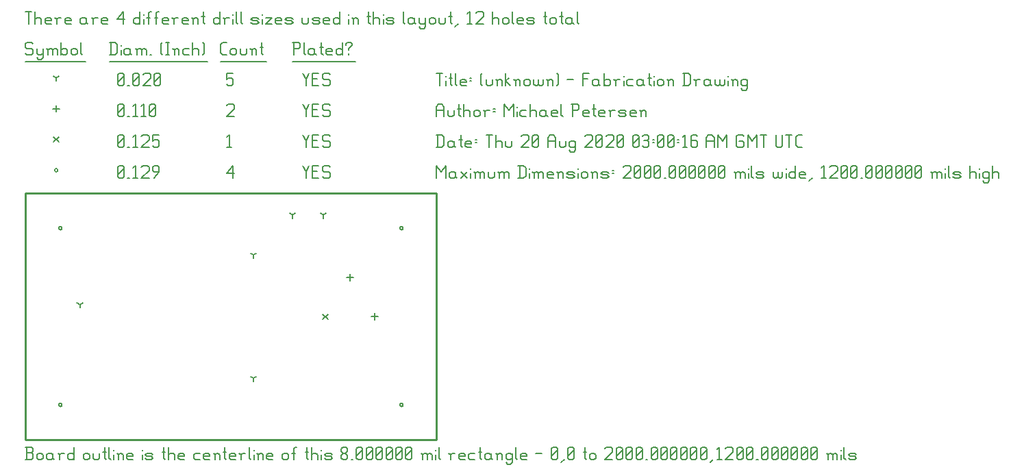
<source format=gbr>
G04 start of page 12 for group -3984 idx -3984 *
G04 Title: (unknown), fab *
G04 Creator: pcb 20140316 *
G04 CreationDate: Thu 20 Aug 2020 03:00:16 AM GMT UTC *
G04 For: railfan *
G04 Format: Gerber/RS-274X *
G04 PCB-Dimensions (mil): 2000.00 1200.00 *
G04 PCB-Coordinate-Origin: lower left *
%MOIN*%
%FSLAX25Y25*%
%LNFAB*%
%ADD72C,0.0100*%
%ADD71C,0.0075*%
%ADD70C,0.0060*%
%ADD69R,0.0080X0.0080*%
G54D69*X16200Y103000D02*G75*G03X17800Y103000I800J0D01*G01*
G75*G03X16200Y103000I-800J0D01*G01*
Y17000D02*G75*G03X17800Y17000I800J0D01*G01*
G75*G03X16200Y17000I-800J0D01*G01*
X182200D02*G75*G03X183800Y17000I800J0D01*G01*
G75*G03X182200Y17000I-800J0D01*G01*
Y103000D02*G75*G03X183800Y103000I800J0D01*G01*
G75*G03X182200Y103000I-800J0D01*G01*
X14200Y131250D02*G75*G03X15800Y131250I800J0D01*G01*
G75*G03X14200Y131250I-800J0D01*G01*
G54D70*X135000Y133500D02*X136500Y130500D01*
X138000Y133500D01*
X136500Y130500D02*Y127500D01*
X139800Y130800D02*X142050D01*
X139800Y127500D02*X142800D01*
X139800Y133500D02*Y127500D01*
Y133500D02*X142800D01*
X147600D02*X148350Y132750D01*
X145350Y133500D02*X147600D01*
X144600Y132750D02*X145350Y133500D01*
X144600Y132750D02*Y131250D01*
X145350Y130500D01*
X147600D01*
X148350Y129750D01*
Y128250D01*
X147600Y127500D02*X148350Y128250D01*
X145350Y127500D02*X147600D01*
X144600Y128250D02*X145350Y127500D01*
X98000Y129750D02*X101000Y133500D01*
X98000Y129750D02*X101750D01*
X101000Y133500D02*Y127500D01*
X45000Y128250D02*X45750Y127500D01*
X45000Y132750D02*Y128250D01*
Y132750D02*X45750Y133500D01*
X47250D01*
X48000Y132750D01*
Y128250D01*
X47250Y127500D02*X48000Y128250D01*
X45750Y127500D02*X47250D01*
X45000Y129000D02*X48000Y132000D01*
X49800Y127500D02*X50550D01*
X52350Y132300D02*X53550Y133500D01*
Y127500D01*
X52350D02*X54600D01*
X56400Y132750D02*X57150Y133500D01*
X59400D01*
X60150Y132750D01*
Y131250D01*
X56400Y127500D02*X60150Y131250D01*
X56400Y127500D02*X60150D01*
X62700D02*X64950Y130500D01*
Y132750D02*Y130500D01*
X64200Y133500D02*X64950Y132750D01*
X62700Y133500D02*X64200D01*
X61950Y132750D02*X62700Y133500D01*
X61950Y132750D02*Y131250D01*
X62700Y130500D01*
X64950D01*
X144800Y61200D02*X147200Y58800D01*
X144800D02*X147200Y61200D01*
X13800Y147450D02*X16200Y145050D01*
X13800D02*X16200Y147450D01*
X135000Y148500D02*X136500Y145500D01*
X138000Y148500D01*
X136500Y145500D02*Y142500D01*
X139800Y145800D02*X142050D01*
X139800Y142500D02*X142800D01*
X139800Y148500D02*Y142500D01*
Y148500D02*X142800D01*
X147600D02*X148350Y147750D01*
X145350Y148500D02*X147600D01*
X144600Y147750D02*X145350Y148500D01*
X144600Y147750D02*Y146250D01*
X145350Y145500D01*
X147600D01*
X148350Y144750D01*
Y143250D01*
X147600Y142500D02*X148350Y143250D01*
X145350Y142500D02*X147600D01*
X144600Y143250D02*X145350Y142500D01*
X98000Y147300D02*X99200Y148500D01*
Y142500D01*
X98000D02*X100250D01*
X45000Y143250D02*X45750Y142500D01*
X45000Y147750D02*Y143250D01*
Y147750D02*X45750Y148500D01*
X47250D01*
X48000Y147750D01*
Y143250D01*
X47250Y142500D02*X48000Y143250D01*
X45750Y142500D02*X47250D01*
X45000Y144000D02*X48000Y147000D01*
X49800Y142500D02*X50550D01*
X52350Y147300D02*X53550Y148500D01*
Y142500D01*
X52350D02*X54600D01*
X56400Y147750D02*X57150Y148500D01*
X59400D01*
X60150Y147750D01*
Y146250D01*
X56400Y142500D02*X60150Y146250D01*
X56400Y142500D02*X60150D01*
X61950Y148500D02*X64950D01*
X61950D02*Y145500D01*
X62700Y146250D01*
X64200D01*
X64950Y145500D01*
Y143250D01*
X64200Y142500D02*X64950Y143250D01*
X62700Y142500D02*X64200D01*
X61950Y143250D02*X62700Y142500D01*
X170000Y61600D02*Y58400D01*
X168400Y60000D02*X171600D01*
X158000Y80600D02*Y77400D01*
X156400Y79000D02*X159600D01*
X15000Y162850D02*Y159650D01*
X13400Y161250D02*X16600D01*
X135000Y163500D02*X136500Y160500D01*
X138000Y163500D01*
X136500Y160500D02*Y157500D01*
X139800Y160800D02*X142050D01*
X139800Y157500D02*X142800D01*
X139800Y163500D02*Y157500D01*
Y163500D02*X142800D01*
X147600D02*X148350Y162750D01*
X145350Y163500D02*X147600D01*
X144600Y162750D02*X145350Y163500D01*
X144600Y162750D02*Y161250D01*
X145350Y160500D01*
X147600D01*
X148350Y159750D01*
Y158250D01*
X147600Y157500D02*X148350Y158250D01*
X145350Y157500D02*X147600D01*
X144600Y158250D02*X145350Y157500D01*
X98000Y162750D02*X98750Y163500D01*
X101000D01*
X101750Y162750D01*
Y161250D01*
X98000Y157500D02*X101750Y161250D01*
X98000Y157500D02*X101750D01*
X45000Y158250D02*X45750Y157500D01*
X45000Y162750D02*Y158250D01*
Y162750D02*X45750Y163500D01*
X47250D01*
X48000Y162750D01*
Y158250D01*
X47250Y157500D02*X48000Y158250D01*
X45750Y157500D02*X47250D01*
X45000Y159000D02*X48000Y162000D01*
X49800Y157500D02*X50550D01*
X52350Y162300D02*X53550Y163500D01*
Y157500D01*
X52350D02*X54600D01*
X56400Y162300D02*X57600Y163500D01*
Y157500D01*
X56400D02*X58650D01*
X60450Y158250D02*X61200Y157500D01*
X60450Y162750D02*Y158250D01*
Y162750D02*X61200Y163500D01*
X62700D01*
X63450Y162750D01*
Y158250D01*
X62700Y157500D02*X63450Y158250D01*
X61200Y157500D02*X62700D01*
X60450Y159000D02*X63450Y162000D01*
X26500Y65906D02*Y64306D01*
Y65906D02*X27887Y66706D01*
X26500Y65906D02*X25113Y66706D01*
X145000Y109500D02*Y107900D01*
Y109500D02*X146387Y110300D01*
X145000Y109500D02*X143613Y110300D01*
X130000Y109500D02*Y107900D01*
Y109500D02*X131387Y110300D01*
X130000Y109500D02*X128613Y110300D01*
X110900Y30000D02*Y28400D01*
Y30000D02*X112287Y30800D01*
X110900Y30000D02*X109513Y30800D01*
X110900Y90000D02*Y88400D01*
Y90000D02*X112287Y90800D01*
X110900Y90000D02*X109513Y90800D01*
X15000Y176250D02*Y174650D01*
Y176250D02*X16387Y177050D01*
X15000Y176250D02*X13613Y177050D01*
X135000Y178500D02*X136500Y175500D01*
X138000Y178500D01*
X136500Y175500D02*Y172500D01*
X139800Y175800D02*X142050D01*
X139800Y172500D02*X142800D01*
X139800Y178500D02*Y172500D01*
Y178500D02*X142800D01*
X147600D02*X148350Y177750D01*
X145350Y178500D02*X147600D01*
X144600Y177750D02*X145350Y178500D01*
X144600Y177750D02*Y176250D01*
X145350Y175500D01*
X147600D01*
X148350Y174750D01*
Y173250D01*
X147600Y172500D02*X148350Y173250D01*
X145350Y172500D02*X147600D01*
X144600Y173250D02*X145350Y172500D01*
X98000Y178500D02*X101000D01*
X98000D02*Y175500D01*
X98750Y176250D01*
X100250D01*
X101000Y175500D01*
Y173250D01*
X100250Y172500D02*X101000Y173250D01*
X98750Y172500D02*X100250D01*
X98000Y173250D02*X98750Y172500D01*
X45000Y173250D02*X45750Y172500D01*
X45000Y177750D02*Y173250D01*
Y177750D02*X45750Y178500D01*
X47250D01*
X48000Y177750D01*
Y173250D01*
X47250Y172500D02*X48000Y173250D01*
X45750Y172500D02*X47250D01*
X45000Y174000D02*X48000Y177000D01*
X49800Y172500D02*X50550D01*
X52350Y173250D02*X53100Y172500D01*
X52350Y177750D02*Y173250D01*
Y177750D02*X53100Y178500D01*
X54600D01*
X55350Y177750D01*
Y173250D01*
X54600Y172500D02*X55350Y173250D01*
X53100Y172500D02*X54600D01*
X52350Y174000D02*X55350Y177000D01*
X57150Y177750D02*X57900Y178500D01*
X60150D01*
X60900Y177750D01*
Y176250D01*
X57150Y172500D02*X60900Y176250D01*
X57150Y172500D02*X60900D01*
X62700Y173250D02*X63450Y172500D01*
X62700Y177750D02*Y173250D01*
Y177750D02*X63450Y178500D01*
X64950D01*
X65700Y177750D01*
Y173250D01*
X64950Y172500D02*X65700Y173250D01*
X63450Y172500D02*X64950D01*
X62700Y174000D02*X65700Y177000D01*
X3000Y193500D02*X3750Y192750D01*
X750Y193500D02*X3000D01*
X0Y192750D02*X750Y193500D01*
X0Y192750D02*Y191250D01*
X750Y190500D01*
X3000D01*
X3750Y189750D01*
Y188250D01*
X3000Y187500D02*X3750Y188250D01*
X750Y187500D02*X3000D01*
X0Y188250D02*X750Y187500D01*
X5550Y190500D02*Y188250D01*
X6300Y187500D01*
X8550Y190500D02*Y186000D01*
X7800Y185250D02*X8550Y186000D01*
X6300Y185250D02*X7800D01*
X5550Y186000D02*X6300Y185250D01*
Y187500D02*X7800D01*
X8550Y188250D01*
X11100Y189750D02*Y187500D01*
Y189750D02*X11850Y190500D01*
X12600D01*
X13350Y189750D01*
Y187500D01*
Y189750D02*X14100Y190500D01*
X14850D01*
X15600Y189750D01*
Y187500D01*
X10350Y190500D02*X11100Y189750D01*
X17400Y193500D02*Y187500D01*
Y188250D02*X18150Y187500D01*
X19650D01*
X20400Y188250D01*
Y189750D02*Y188250D01*
X19650Y190500D02*X20400Y189750D01*
X18150Y190500D02*X19650D01*
X17400Y189750D02*X18150Y190500D01*
X22200Y189750D02*Y188250D01*
Y189750D02*X22950Y190500D01*
X24450D01*
X25200Y189750D01*
Y188250D01*
X24450Y187500D02*X25200Y188250D01*
X22950Y187500D02*X24450D01*
X22200Y188250D02*X22950Y187500D01*
X27000Y193500D02*Y188250D01*
X27750Y187500D01*
X0Y184250D02*X29250D01*
X41750Y193500D02*Y187500D01*
X43700Y193500D02*X44750Y192450D01*
Y188550D01*
X43700Y187500D02*X44750Y188550D01*
X41000Y187500D02*X43700D01*
X41000Y193500D02*X43700D01*
G54D71*X46550Y192000D02*Y191850D01*
G54D70*Y189750D02*Y187500D01*
X50300Y190500D02*X51050Y189750D01*
X48800Y190500D02*X50300D01*
X48050Y189750D02*X48800Y190500D01*
X48050Y189750D02*Y188250D01*
X48800Y187500D01*
X51050Y190500D02*Y188250D01*
X51800Y187500D01*
X48800D02*X50300D01*
X51050Y188250D01*
X54350Y189750D02*Y187500D01*
Y189750D02*X55100Y190500D01*
X55850D01*
X56600Y189750D01*
Y187500D01*
Y189750D02*X57350Y190500D01*
X58100D01*
X58850Y189750D01*
Y187500D01*
X53600Y190500D02*X54350Y189750D01*
X60650Y187500D02*X61400D01*
X65900Y188250D02*X66650Y187500D01*
X65900Y192750D02*X66650Y193500D01*
X65900Y192750D02*Y188250D01*
X68450Y193500D02*X69950D01*
X69200D02*Y187500D01*
X68450D02*X69950D01*
X72500Y189750D02*Y187500D01*
Y189750D02*X73250Y190500D01*
X74000D01*
X74750Y189750D01*
Y187500D01*
X71750Y190500D02*X72500Y189750D01*
X77300Y190500D02*X79550D01*
X76550Y189750D02*X77300Y190500D01*
X76550Y189750D02*Y188250D01*
X77300Y187500D01*
X79550D01*
X81350Y193500D02*Y187500D01*
Y189750D02*X82100Y190500D01*
X83600D01*
X84350Y189750D01*
Y187500D01*
X86150Y193500D02*X86900Y192750D01*
Y188250D01*
X86150Y187500D02*X86900Y188250D01*
X41000Y184250D02*X88700D01*
X96050Y187500D02*X98000D01*
X95000Y188550D02*X96050Y187500D01*
X95000Y192450D02*Y188550D01*
Y192450D02*X96050Y193500D01*
X98000D01*
X99800Y189750D02*Y188250D01*
Y189750D02*X100550Y190500D01*
X102050D01*
X102800Y189750D01*
Y188250D01*
X102050Y187500D02*X102800Y188250D01*
X100550Y187500D02*X102050D01*
X99800Y188250D02*X100550Y187500D01*
X104600Y190500D02*Y188250D01*
X105350Y187500D01*
X106850D01*
X107600Y188250D01*
Y190500D02*Y188250D01*
X110150Y189750D02*Y187500D01*
Y189750D02*X110900Y190500D01*
X111650D01*
X112400Y189750D01*
Y187500D01*
X109400Y190500D02*X110150Y189750D01*
X114950Y193500D02*Y188250D01*
X115700Y187500D01*
X114200Y191250D02*X115700D01*
X95000Y184250D02*X117200D01*
X130750Y193500D02*Y187500D01*
X130000Y193500D02*X133000D01*
X133750Y192750D01*
Y191250D01*
X133000Y190500D02*X133750Y191250D01*
X130750Y190500D02*X133000D01*
X135550Y193500D02*Y188250D01*
X136300Y187500D01*
X140050Y190500D02*X140800Y189750D01*
X138550Y190500D02*X140050D01*
X137800Y189750D02*X138550Y190500D01*
X137800Y189750D02*Y188250D01*
X138550Y187500D01*
X140800Y190500D02*Y188250D01*
X141550Y187500D01*
X138550D02*X140050D01*
X140800Y188250D01*
X144100Y193500D02*Y188250D01*
X144850Y187500D01*
X143350Y191250D02*X144850D01*
X147100Y187500D02*X149350D01*
X146350Y188250D02*X147100Y187500D01*
X146350Y189750D02*Y188250D01*
Y189750D02*X147100Y190500D01*
X148600D01*
X149350Y189750D01*
X146350Y189000D02*X149350D01*
Y189750D02*Y189000D01*
X154150Y193500D02*Y187500D01*
X153400D02*X154150Y188250D01*
X151900Y187500D02*X153400D01*
X151150Y188250D02*X151900Y187500D01*
X151150Y189750D02*Y188250D01*
Y189750D02*X151900Y190500D01*
X153400D01*
X154150Y189750D01*
X157450Y190500D02*Y189750D01*
Y188250D02*Y187500D01*
X155950Y192750D02*Y192000D01*
Y192750D02*X156700Y193500D01*
X158200D01*
X158950Y192750D01*
Y192000D01*
X157450Y190500D02*X158950Y192000D01*
X130000Y184250D02*X160750D01*
X0Y208500D02*X3000D01*
X1500D02*Y202500D01*
X4800Y208500D02*Y202500D01*
Y204750D02*X5550Y205500D01*
X7050D01*
X7800Y204750D01*
Y202500D01*
X10350D02*X12600D01*
X9600Y203250D02*X10350Y202500D01*
X9600Y204750D02*Y203250D01*
Y204750D02*X10350Y205500D01*
X11850D01*
X12600Y204750D01*
X9600Y204000D02*X12600D01*
Y204750D02*Y204000D01*
X15150Y204750D02*Y202500D01*
Y204750D02*X15900Y205500D01*
X17400D01*
X14400D02*X15150Y204750D01*
X19950Y202500D02*X22200D01*
X19200Y203250D02*X19950Y202500D01*
X19200Y204750D02*Y203250D01*
Y204750D02*X19950Y205500D01*
X21450D01*
X22200Y204750D01*
X19200Y204000D02*X22200D01*
Y204750D02*Y204000D01*
X28950Y205500D02*X29700Y204750D01*
X27450Y205500D02*X28950D01*
X26700Y204750D02*X27450Y205500D01*
X26700Y204750D02*Y203250D01*
X27450Y202500D01*
X29700Y205500D02*Y203250D01*
X30450Y202500D01*
X27450D02*X28950D01*
X29700Y203250D01*
X33000Y204750D02*Y202500D01*
Y204750D02*X33750Y205500D01*
X35250D01*
X32250D02*X33000Y204750D01*
X37800Y202500D02*X40050D01*
X37050Y203250D02*X37800Y202500D01*
X37050Y204750D02*Y203250D01*
Y204750D02*X37800Y205500D01*
X39300D01*
X40050Y204750D01*
X37050Y204000D02*X40050D01*
Y204750D02*Y204000D01*
X44550Y204750D02*X47550Y208500D01*
X44550Y204750D02*X48300D01*
X47550Y208500D02*Y202500D01*
X55800Y208500D02*Y202500D01*
X55050D02*X55800Y203250D01*
X53550Y202500D02*X55050D01*
X52800Y203250D02*X53550Y202500D01*
X52800Y204750D02*Y203250D01*
Y204750D02*X53550Y205500D01*
X55050D01*
X55800Y204750D01*
G54D71*X57600Y207000D02*Y206850D01*
G54D70*Y204750D02*Y202500D01*
X59850Y207750D02*Y202500D01*
Y207750D02*X60600Y208500D01*
X61350D01*
X59100Y205500D02*X60600D01*
X63600Y207750D02*Y202500D01*
Y207750D02*X64350Y208500D01*
X65100D01*
X62850Y205500D02*X64350D01*
X67350Y202500D02*X69600D01*
X66600Y203250D02*X67350Y202500D01*
X66600Y204750D02*Y203250D01*
Y204750D02*X67350Y205500D01*
X68850D01*
X69600Y204750D01*
X66600Y204000D02*X69600D01*
Y204750D02*Y204000D01*
X72150Y204750D02*Y202500D01*
Y204750D02*X72900Y205500D01*
X74400D01*
X71400D02*X72150Y204750D01*
X76950Y202500D02*X79200D01*
X76200Y203250D02*X76950Y202500D01*
X76200Y204750D02*Y203250D01*
Y204750D02*X76950Y205500D01*
X78450D01*
X79200Y204750D01*
X76200Y204000D02*X79200D01*
Y204750D02*Y204000D01*
X81750Y204750D02*Y202500D01*
Y204750D02*X82500Y205500D01*
X83250D01*
X84000Y204750D01*
Y202500D01*
X81000Y205500D02*X81750Y204750D01*
X86550Y208500D02*Y203250D01*
X87300Y202500D01*
X85800Y206250D02*X87300D01*
X94500Y208500D02*Y202500D01*
X93750D02*X94500Y203250D01*
X92250Y202500D02*X93750D01*
X91500Y203250D02*X92250Y202500D01*
X91500Y204750D02*Y203250D01*
Y204750D02*X92250Y205500D01*
X93750D01*
X94500Y204750D01*
X97050D02*Y202500D01*
Y204750D02*X97800Y205500D01*
X99300D01*
X96300D02*X97050Y204750D01*
G54D71*X101100Y207000D02*Y206850D01*
G54D70*Y204750D02*Y202500D01*
X102600Y208500D02*Y203250D01*
X103350Y202500D01*
X104850Y208500D02*Y203250D01*
X105600Y202500D01*
X110550D02*X112800D01*
X113550Y203250D01*
X112800Y204000D02*X113550Y203250D01*
X110550Y204000D02*X112800D01*
X109800Y204750D02*X110550Y204000D01*
X109800Y204750D02*X110550Y205500D01*
X112800D01*
X113550Y204750D01*
X109800Y203250D02*X110550Y202500D01*
G54D71*X115350Y207000D02*Y206850D01*
G54D70*Y204750D02*Y202500D01*
X116850Y205500D02*X119850D01*
X116850Y202500D02*X119850Y205500D01*
X116850Y202500D02*X119850D01*
X122400D02*X124650D01*
X121650Y203250D02*X122400Y202500D01*
X121650Y204750D02*Y203250D01*
Y204750D02*X122400Y205500D01*
X123900D01*
X124650Y204750D01*
X121650Y204000D02*X124650D01*
Y204750D02*Y204000D01*
X127200Y202500D02*X129450D01*
X130200Y203250D01*
X129450Y204000D02*X130200Y203250D01*
X127200Y204000D02*X129450D01*
X126450Y204750D02*X127200Y204000D01*
X126450Y204750D02*X127200Y205500D01*
X129450D01*
X130200Y204750D01*
X126450Y203250D02*X127200Y202500D01*
X134700Y205500D02*Y203250D01*
X135450Y202500D01*
X136950D01*
X137700Y203250D01*
Y205500D02*Y203250D01*
X140250Y202500D02*X142500D01*
X143250Y203250D01*
X142500Y204000D02*X143250Y203250D01*
X140250Y204000D02*X142500D01*
X139500Y204750D02*X140250Y204000D01*
X139500Y204750D02*X140250Y205500D01*
X142500D01*
X143250Y204750D01*
X139500Y203250D02*X140250Y202500D01*
X145800D02*X148050D01*
X145050Y203250D02*X145800Y202500D01*
X145050Y204750D02*Y203250D01*
Y204750D02*X145800Y205500D01*
X147300D01*
X148050Y204750D01*
X145050Y204000D02*X148050D01*
Y204750D02*Y204000D01*
X152850Y208500D02*Y202500D01*
X152100D02*X152850Y203250D01*
X150600Y202500D02*X152100D01*
X149850Y203250D02*X150600Y202500D01*
X149850Y204750D02*Y203250D01*
Y204750D02*X150600Y205500D01*
X152100D01*
X152850Y204750D01*
G54D71*X157350Y207000D02*Y206850D01*
G54D70*Y204750D02*Y202500D01*
X159600Y204750D02*Y202500D01*
Y204750D02*X160350Y205500D01*
X161100D01*
X161850Y204750D01*
Y202500D01*
X158850Y205500D02*X159600Y204750D01*
X167100Y208500D02*Y203250D01*
X167850Y202500D01*
X166350Y206250D02*X167850D01*
X169350Y208500D02*Y202500D01*
Y204750D02*X170100Y205500D01*
X171600D01*
X172350Y204750D01*
Y202500D01*
G54D71*X174150Y207000D02*Y206850D01*
G54D70*Y204750D02*Y202500D01*
X176400D02*X178650D01*
X179400Y203250D01*
X178650Y204000D02*X179400Y203250D01*
X176400Y204000D02*X178650D01*
X175650Y204750D02*X176400Y204000D01*
X175650Y204750D02*X176400Y205500D01*
X178650D01*
X179400Y204750D01*
X175650Y203250D02*X176400Y202500D01*
X183900Y208500D02*Y203250D01*
X184650Y202500D01*
X188400Y205500D02*X189150Y204750D01*
X186900Y205500D02*X188400D01*
X186150Y204750D02*X186900Y205500D01*
X186150Y204750D02*Y203250D01*
X186900Y202500D01*
X189150Y205500D02*Y203250D01*
X189900Y202500D01*
X186900D02*X188400D01*
X189150Y203250D01*
X191700Y205500D02*Y203250D01*
X192450Y202500D01*
X194700Y205500D02*Y201000D01*
X193950Y200250D02*X194700Y201000D01*
X192450Y200250D02*X193950D01*
X191700Y201000D02*X192450Y200250D01*
Y202500D02*X193950D01*
X194700Y203250D01*
X196500Y204750D02*Y203250D01*
Y204750D02*X197250Y205500D01*
X198750D01*
X199500Y204750D01*
Y203250D01*
X198750Y202500D02*X199500Y203250D01*
X197250Y202500D02*X198750D01*
X196500Y203250D02*X197250Y202500D01*
X201300Y205500D02*Y203250D01*
X202050Y202500D01*
X203550D01*
X204300Y203250D01*
Y205500D02*Y203250D01*
X206850Y208500D02*Y203250D01*
X207600Y202500D01*
X206100Y206250D02*X207600D01*
X209100Y201000D02*X210600Y202500D01*
X215100Y207300D02*X216300Y208500D01*
Y202500D01*
X215100D02*X217350D01*
X219150Y207750D02*X219900Y208500D01*
X222150D01*
X222900Y207750D01*
Y206250D01*
X219150Y202500D02*X222900Y206250D01*
X219150Y202500D02*X222900D01*
X227400Y208500D02*Y202500D01*
Y204750D02*X228150Y205500D01*
X229650D01*
X230400Y204750D01*
Y202500D01*
X232200Y204750D02*Y203250D01*
Y204750D02*X232950Y205500D01*
X234450D01*
X235200Y204750D01*
Y203250D01*
X234450Y202500D02*X235200Y203250D01*
X232950Y202500D02*X234450D01*
X232200Y203250D02*X232950Y202500D01*
X237000Y208500D02*Y203250D01*
X237750Y202500D01*
X240000D02*X242250D01*
X239250Y203250D02*X240000Y202500D01*
X239250Y204750D02*Y203250D01*
Y204750D02*X240000Y205500D01*
X241500D01*
X242250Y204750D01*
X239250Y204000D02*X242250D01*
Y204750D02*Y204000D01*
X244800Y202500D02*X247050D01*
X247800Y203250D01*
X247050Y204000D02*X247800Y203250D01*
X244800Y204000D02*X247050D01*
X244050Y204750D02*X244800Y204000D01*
X244050Y204750D02*X244800Y205500D01*
X247050D01*
X247800Y204750D01*
X244050Y203250D02*X244800Y202500D01*
X253050Y208500D02*Y203250D01*
X253800Y202500D01*
X252300Y206250D02*X253800D01*
X255300Y204750D02*Y203250D01*
Y204750D02*X256050Y205500D01*
X257550D01*
X258300Y204750D01*
Y203250D01*
X257550Y202500D02*X258300Y203250D01*
X256050Y202500D02*X257550D01*
X255300Y203250D02*X256050Y202500D01*
X260850Y208500D02*Y203250D01*
X261600Y202500D01*
X260100Y206250D02*X261600D01*
X265350Y205500D02*X266100Y204750D01*
X263850Y205500D02*X265350D01*
X263100Y204750D02*X263850Y205500D01*
X263100Y204750D02*Y203250D01*
X263850Y202500D01*
X266100Y205500D02*Y203250D01*
X266850Y202500D01*
X263850D02*X265350D01*
X266100Y203250D01*
X268650Y208500D02*Y203250D01*
X269400Y202500D01*
G54D72*X0Y120000D02*X200000D01*
X0D02*Y0D01*
X200000Y120000D02*Y0D01*
X0D02*X200000D01*
G54D70*Y133500D02*Y127500D01*
Y133500D02*X202250Y130500D01*
X204500Y133500D01*
Y127500D01*
X208550Y130500D02*X209300Y129750D01*
X207050Y130500D02*X208550D01*
X206300Y129750D02*X207050Y130500D01*
X206300Y129750D02*Y128250D01*
X207050Y127500D01*
X209300Y130500D02*Y128250D01*
X210050Y127500D01*
X207050D02*X208550D01*
X209300Y128250D01*
X211850Y130500D02*X214850Y127500D01*
X211850D02*X214850Y130500D01*
G54D71*X216650Y132000D02*Y131850D01*
G54D70*Y129750D02*Y127500D01*
X218900Y129750D02*Y127500D01*
Y129750D02*X219650Y130500D01*
X220400D01*
X221150Y129750D01*
Y127500D01*
Y129750D02*X221900Y130500D01*
X222650D01*
X223400Y129750D01*
Y127500D01*
X218150Y130500D02*X218900Y129750D01*
X225200Y130500D02*Y128250D01*
X225950Y127500D01*
X227450D01*
X228200Y128250D01*
Y130500D02*Y128250D01*
X230750Y129750D02*Y127500D01*
Y129750D02*X231500Y130500D01*
X232250D01*
X233000Y129750D01*
Y127500D01*
Y129750D02*X233750Y130500D01*
X234500D01*
X235250Y129750D01*
Y127500D01*
X230000Y130500D02*X230750Y129750D01*
X240500Y133500D02*Y127500D01*
X242450Y133500D02*X243500Y132450D01*
Y128550D01*
X242450Y127500D02*X243500Y128550D01*
X239750Y127500D02*X242450D01*
X239750Y133500D02*X242450D01*
G54D71*X245300Y132000D02*Y131850D01*
G54D70*Y129750D02*Y127500D01*
X247550Y129750D02*Y127500D01*
Y129750D02*X248300Y130500D01*
X249050D01*
X249800Y129750D01*
Y127500D01*
Y129750D02*X250550Y130500D01*
X251300D01*
X252050Y129750D01*
Y127500D01*
X246800Y130500D02*X247550Y129750D01*
X254600Y127500D02*X256850D01*
X253850Y128250D02*X254600Y127500D01*
X253850Y129750D02*Y128250D01*
Y129750D02*X254600Y130500D01*
X256100D01*
X256850Y129750D01*
X253850Y129000D02*X256850D01*
Y129750D02*Y129000D01*
X259400Y129750D02*Y127500D01*
Y129750D02*X260150Y130500D01*
X260900D01*
X261650Y129750D01*
Y127500D01*
X258650Y130500D02*X259400Y129750D01*
X264200Y127500D02*X266450D01*
X267200Y128250D01*
X266450Y129000D02*X267200Y128250D01*
X264200Y129000D02*X266450D01*
X263450Y129750D02*X264200Y129000D01*
X263450Y129750D02*X264200Y130500D01*
X266450D01*
X267200Y129750D01*
X263450Y128250D02*X264200Y127500D01*
G54D71*X269000Y132000D02*Y131850D01*
G54D70*Y129750D02*Y127500D01*
X270500Y129750D02*Y128250D01*
Y129750D02*X271250Y130500D01*
X272750D01*
X273500Y129750D01*
Y128250D01*
X272750Y127500D02*X273500Y128250D01*
X271250Y127500D02*X272750D01*
X270500Y128250D02*X271250Y127500D01*
X276050Y129750D02*Y127500D01*
Y129750D02*X276800Y130500D01*
X277550D01*
X278300Y129750D01*
Y127500D01*
X275300Y130500D02*X276050Y129750D01*
X280850Y127500D02*X283100D01*
X283850Y128250D01*
X283100Y129000D02*X283850Y128250D01*
X280850Y129000D02*X283100D01*
X280100Y129750D02*X280850Y129000D01*
X280100Y129750D02*X280850Y130500D01*
X283100D01*
X283850Y129750D01*
X280100Y128250D02*X280850Y127500D01*
X285650Y131250D02*X286400D01*
X285650Y129750D02*X286400D01*
X290900Y132750D02*X291650Y133500D01*
X293900D01*
X294650Y132750D01*
Y131250D01*
X290900Y127500D02*X294650Y131250D01*
X290900Y127500D02*X294650D01*
X296450Y128250D02*X297200Y127500D01*
X296450Y132750D02*Y128250D01*
Y132750D02*X297200Y133500D01*
X298700D01*
X299450Y132750D01*
Y128250D01*
X298700Y127500D02*X299450Y128250D01*
X297200Y127500D02*X298700D01*
X296450Y129000D02*X299450Y132000D01*
X301250Y128250D02*X302000Y127500D01*
X301250Y132750D02*Y128250D01*
Y132750D02*X302000Y133500D01*
X303500D01*
X304250Y132750D01*
Y128250D01*
X303500Y127500D02*X304250Y128250D01*
X302000Y127500D02*X303500D01*
X301250Y129000D02*X304250Y132000D01*
X306050Y128250D02*X306800Y127500D01*
X306050Y132750D02*Y128250D01*
Y132750D02*X306800Y133500D01*
X308300D01*
X309050Y132750D01*
Y128250D01*
X308300Y127500D02*X309050Y128250D01*
X306800Y127500D02*X308300D01*
X306050Y129000D02*X309050Y132000D01*
X310850Y127500D02*X311600D01*
X313400Y128250D02*X314150Y127500D01*
X313400Y132750D02*Y128250D01*
Y132750D02*X314150Y133500D01*
X315650D01*
X316400Y132750D01*
Y128250D01*
X315650Y127500D02*X316400Y128250D01*
X314150Y127500D02*X315650D01*
X313400Y129000D02*X316400Y132000D01*
X318200Y128250D02*X318950Y127500D01*
X318200Y132750D02*Y128250D01*
Y132750D02*X318950Y133500D01*
X320450D01*
X321200Y132750D01*
Y128250D01*
X320450Y127500D02*X321200Y128250D01*
X318950Y127500D02*X320450D01*
X318200Y129000D02*X321200Y132000D01*
X323000Y128250D02*X323750Y127500D01*
X323000Y132750D02*Y128250D01*
Y132750D02*X323750Y133500D01*
X325250D01*
X326000Y132750D01*
Y128250D01*
X325250Y127500D02*X326000Y128250D01*
X323750Y127500D02*X325250D01*
X323000Y129000D02*X326000Y132000D01*
X327800Y128250D02*X328550Y127500D01*
X327800Y132750D02*Y128250D01*
Y132750D02*X328550Y133500D01*
X330050D01*
X330800Y132750D01*
Y128250D01*
X330050Y127500D02*X330800Y128250D01*
X328550Y127500D02*X330050D01*
X327800Y129000D02*X330800Y132000D01*
X332600Y128250D02*X333350Y127500D01*
X332600Y132750D02*Y128250D01*
Y132750D02*X333350Y133500D01*
X334850D01*
X335600Y132750D01*
Y128250D01*
X334850Y127500D02*X335600Y128250D01*
X333350Y127500D02*X334850D01*
X332600Y129000D02*X335600Y132000D01*
X337400Y128250D02*X338150Y127500D01*
X337400Y132750D02*Y128250D01*
Y132750D02*X338150Y133500D01*
X339650D01*
X340400Y132750D01*
Y128250D01*
X339650Y127500D02*X340400Y128250D01*
X338150Y127500D02*X339650D01*
X337400Y129000D02*X340400Y132000D01*
X345650Y129750D02*Y127500D01*
Y129750D02*X346400Y130500D01*
X347150D01*
X347900Y129750D01*
Y127500D01*
Y129750D02*X348650Y130500D01*
X349400D01*
X350150Y129750D01*
Y127500D01*
X344900Y130500D02*X345650Y129750D01*
G54D71*X351950Y132000D02*Y131850D01*
G54D70*Y129750D02*Y127500D01*
X353450Y133500D02*Y128250D01*
X354200Y127500D01*
X356450D02*X358700D01*
X359450Y128250D01*
X358700Y129000D02*X359450Y128250D01*
X356450Y129000D02*X358700D01*
X355700Y129750D02*X356450Y129000D01*
X355700Y129750D02*X356450Y130500D01*
X358700D01*
X359450Y129750D01*
X355700Y128250D02*X356450Y127500D01*
X363950Y130500D02*Y128250D01*
X364700Y127500D01*
X365450D01*
X366200Y128250D01*
Y130500D02*Y128250D01*
X366950Y127500D01*
X367700D01*
X368450Y128250D01*
Y130500D02*Y128250D01*
G54D71*X370250Y132000D02*Y131850D01*
G54D70*Y129750D02*Y127500D01*
X374750Y133500D02*Y127500D01*
X374000D02*X374750Y128250D01*
X372500Y127500D02*X374000D01*
X371750Y128250D02*X372500Y127500D01*
X371750Y129750D02*Y128250D01*
Y129750D02*X372500Y130500D01*
X374000D01*
X374750Y129750D01*
X377300Y127500D02*X379550D01*
X376550Y128250D02*X377300Y127500D01*
X376550Y129750D02*Y128250D01*
Y129750D02*X377300Y130500D01*
X378800D01*
X379550Y129750D01*
X376550Y129000D02*X379550D01*
Y129750D02*Y129000D01*
X381350Y126000D02*X382850Y127500D01*
X387350Y132300D02*X388550Y133500D01*
Y127500D01*
X387350D02*X389600D01*
X391400Y132750D02*X392150Y133500D01*
X394400D01*
X395150Y132750D01*
Y131250D01*
X391400Y127500D02*X395150Y131250D01*
X391400Y127500D02*X395150D01*
X396950Y128250D02*X397700Y127500D01*
X396950Y132750D02*Y128250D01*
Y132750D02*X397700Y133500D01*
X399200D01*
X399950Y132750D01*
Y128250D01*
X399200Y127500D02*X399950Y128250D01*
X397700Y127500D02*X399200D01*
X396950Y129000D02*X399950Y132000D01*
X401750Y128250D02*X402500Y127500D01*
X401750Y132750D02*Y128250D01*
Y132750D02*X402500Y133500D01*
X404000D01*
X404750Y132750D01*
Y128250D01*
X404000Y127500D02*X404750Y128250D01*
X402500Y127500D02*X404000D01*
X401750Y129000D02*X404750Y132000D01*
X406550Y127500D02*X407300D01*
X409100Y128250D02*X409850Y127500D01*
X409100Y132750D02*Y128250D01*
Y132750D02*X409850Y133500D01*
X411350D01*
X412100Y132750D01*
Y128250D01*
X411350Y127500D02*X412100Y128250D01*
X409850Y127500D02*X411350D01*
X409100Y129000D02*X412100Y132000D01*
X413900Y128250D02*X414650Y127500D01*
X413900Y132750D02*Y128250D01*
Y132750D02*X414650Y133500D01*
X416150D01*
X416900Y132750D01*
Y128250D01*
X416150Y127500D02*X416900Y128250D01*
X414650Y127500D02*X416150D01*
X413900Y129000D02*X416900Y132000D01*
X418700Y128250D02*X419450Y127500D01*
X418700Y132750D02*Y128250D01*
Y132750D02*X419450Y133500D01*
X420950D01*
X421700Y132750D01*
Y128250D01*
X420950Y127500D02*X421700Y128250D01*
X419450Y127500D02*X420950D01*
X418700Y129000D02*X421700Y132000D01*
X423500Y128250D02*X424250Y127500D01*
X423500Y132750D02*Y128250D01*
Y132750D02*X424250Y133500D01*
X425750D01*
X426500Y132750D01*
Y128250D01*
X425750Y127500D02*X426500Y128250D01*
X424250Y127500D02*X425750D01*
X423500Y129000D02*X426500Y132000D01*
X428300Y128250D02*X429050Y127500D01*
X428300Y132750D02*Y128250D01*
Y132750D02*X429050Y133500D01*
X430550D01*
X431300Y132750D01*
Y128250D01*
X430550Y127500D02*X431300Y128250D01*
X429050Y127500D02*X430550D01*
X428300Y129000D02*X431300Y132000D01*
X433100Y128250D02*X433850Y127500D01*
X433100Y132750D02*Y128250D01*
Y132750D02*X433850Y133500D01*
X435350D01*
X436100Y132750D01*
Y128250D01*
X435350Y127500D02*X436100Y128250D01*
X433850Y127500D02*X435350D01*
X433100Y129000D02*X436100Y132000D01*
X441350Y129750D02*Y127500D01*
Y129750D02*X442100Y130500D01*
X442850D01*
X443600Y129750D01*
Y127500D01*
Y129750D02*X444350Y130500D01*
X445100D01*
X445850Y129750D01*
Y127500D01*
X440600Y130500D02*X441350Y129750D01*
G54D71*X447650Y132000D02*Y131850D01*
G54D70*Y129750D02*Y127500D01*
X449150Y133500D02*Y128250D01*
X449900Y127500D01*
X452150D02*X454400D01*
X455150Y128250D01*
X454400Y129000D02*X455150Y128250D01*
X452150Y129000D02*X454400D01*
X451400Y129750D02*X452150Y129000D01*
X451400Y129750D02*X452150Y130500D01*
X454400D01*
X455150Y129750D01*
X451400Y128250D02*X452150Y127500D01*
X459650Y133500D02*Y127500D01*
Y129750D02*X460400Y130500D01*
X461900D01*
X462650Y129750D01*
Y127500D01*
G54D71*X464450Y132000D02*Y131850D01*
G54D70*Y129750D02*Y127500D01*
X468200Y130500D02*X468950Y129750D01*
X466700Y130500D02*X468200D01*
X465950Y129750D02*X466700Y130500D01*
X465950Y129750D02*Y128250D01*
X466700Y127500D01*
X468200D01*
X468950Y128250D01*
X465950Y126000D02*X466700Y125250D01*
X468200D01*
X468950Y126000D01*
Y130500D02*Y126000D01*
X470750Y133500D02*Y127500D01*
Y129750D02*X471500Y130500D01*
X473000D01*
X473750Y129750D01*
Y127500D01*
X0Y-9500D02*X3000D01*
X3750Y-8750D01*
Y-6950D02*Y-8750D01*
X3000Y-6200D02*X3750Y-6950D01*
X750Y-6200D02*X3000D01*
X750Y-3500D02*Y-9500D01*
X0Y-3500D02*X3000D01*
X3750Y-4250D01*
Y-5450D01*
X3000Y-6200D02*X3750Y-5450D01*
X5550Y-7250D02*Y-8750D01*
Y-7250D02*X6300Y-6500D01*
X7800D01*
X8550Y-7250D01*
Y-8750D01*
X7800Y-9500D02*X8550Y-8750D01*
X6300Y-9500D02*X7800D01*
X5550Y-8750D02*X6300Y-9500D01*
X12600Y-6500D02*X13350Y-7250D01*
X11100Y-6500D02*X12600D01*
X10350Y-7250D02*X11100Y-6500D01*
X10350Y-7250D02*Y-8750D01*
X11100Y-9500D01*
X13350Y-6500D02*Y-8750D01*
X14100Y-9500D01*
X11100D02*X12600D01*
X13350Y-8750D01*
X16650Y-7250D02*Y-9500D01*
Y-7250D02*X17400Y-6500D01*
X18900D01*
X15900D02*X16650Y-7250D01*
X23700Y-3500D02*Y-9500D01*
X22950D02*X23700Y-8750D01*
X21450Y-9500D02*X22950D01*
X20700Y-8750D02*X21450Y-9500D01*
X20700Y-7250D02*Y-8750D01*
Y-7250D02*X21450Y-6500D01*
X22950D01*
X23700Y-7250D01*
X28200D02*Y-8750D01*
Y-7250D02*X28950Y-6500D01*
X30450D01*
X31200Y-7250D01*
Y-8750D01*
X30450Y-9500D02*X31200Y-8750D01*
X28950Y-9500D02*X30450D01*
X28200Y-8750D02*X28950Y-9500D01*
X33000Y-6500D02*Y-8750D01*
X33750Y-9500D01*
X35250D01*
X36000Y-8750D01*
Y-6500D02*Y-8750D01*
X38550Y-3500D02*Y-8750D01*
X39300Y-9500D01*
X37800Y-5750D02*X39300D01*
X40800Y-3500D02*Y-8750D01*
X41550Y-9500D01*
G54D71*X43050Y-5000D02*Y-5150D01*
G54D70*Y-7250D02*Y-9500D01*
X45300Y-7250D02*Y-9500D01*
Y-7250D02*X46050Y-6500D01*
X46800D01*
X47550Y-7250D01*
Y-9500D01*
X44550Y-6500D02*X45300Y-7250D01*
X50100Y-9500D02*X52350D01*
X49350Y-8750D02*X50100Y-9500D01*
X49350Y-7250D02*Y-8750D01*
Y-7250D02*X50100Y-6500D01*
X51600D01*
X52350Y-7250D01*
X49350Y-8000D02*X52350D01*
Y-7250D02*Y-8000D01*
G54D71*X56850Y-5000D02*Y-5150D01*
G54D70*Y-7250D02*Y-9500D01*
X59100D02*X61350D01*
X62100Y-8750D01*
X61350Y-8000D02*X62100Y-8750D01*
X59100Y-8000D02*X61350D01*
X58350Y-7250D02*X59100Y-8000D01*
X58350Y-7250D02*X59100Y-6500D01*
X61350D01*
X62100Y-7250D01*
X58350Y-8750D02*X59100Y-9500D01*
X67350Y-3500D02*Y-8750D01*
X68100Y-9500D01*
X66600Y-5750D02*X68100D01*
X69600Y-3500D02*Y-9500D01*
Y-7250D02*X70350Y-6500D01*
X71850D01*
X72600Y-7250D01*
Y-9500D01*
X75150D02*X77400D01*
X74400Y-8750D02*X75150Y-9500D01*
X74400Y-7250D02*Y-8750D01*
Y-7250D02*X75150Y-6500D01*
X76650D01*
X77400Y-7250D01*
X74400Y-8000D02*X77400D01*
Y-7250D02*Y-8000D01*
X82650Y-6500D02*X84900D01*
X81900Y-7250D02*X82650Y-6500D01*
X81900Y-7250D02*Y-8750D01*
X82650Y-9500D01*
X84900D01*
X87450D02*X89700D01*
X86700Y-8750D02*X87450Y-9500D01*
X86700Y-7250D02*Y-8750D01*
Y-7250D02*X87450Y-6500D01*
X88950D01*
X89700Y-7250D01*
X86700Y-8000D02*X89700D01*
Y-7250D02*Y-8000D01*
X92250Y-7250D02*Y-9500D01*
Y-7250D02*X93000Y-6500D01*
X93750D01*
X94500Y-7250D01*
Y-9500D01*
X91500Y-6500D02*X92250Y-7250D01*
X97050Y-3500D02*Y-8750D01*
X97800Y-9500D01*
X96300Y-5750D02*X97800D01*
X100050Y-9500D02*X102300D01*
X99300Y-8750D02*X100050Y-9500D01*
X99300Y-7250D02*Y-8750D01*
Y-7250D02*X100050Y-6500D01*
X101550D01*
X102300Y-7250D01*
X99300Y-8000D02*X102300D01*
Y-7250D02*Y-8000D01*
X104850Y-7250D02*Y-9500D01*
Y-7250D02*X105600Y-6500D01*
X107100D01*
X104100D02*X104850Y-7250D01*
X108900Y-3500D02*Y-8750D01*
X109650Y-9500D01*
G54D71*X111150Y-5000D02*Y-5150D01*
G54D70*Y-7250D02*Y-9500D01*
X113400Y-7250D02*Y-9500D01*
Y-7250D02*X114150Y-6500D01*
X114900D01*
X115650Y-7250D01*
Y-9500D01*
X112650Y-6500D02*X113400Y-7250D01*
X118200Y-9500D02*X120450D01*
X117450Y-8750D02*X118200Y-9500D01*
X117450Y-7250D02*Y-8750D01*
Y-7250D02*X118200Y-6500D01*
X119700D01*
X120450Y-7250D01*
X117450Y-8000D02*X120450D01*
Y-7250D02*Y-8000D01*
X124950Y-7250D02*Y-8750D01*
Y-7250D02*X125700Y-6500D01*
X127200D01*
X127950Y-7250D01*
Y-8750D01*
X127200Y-9500D02*X127950Y-8750D01*
X125700Y-9500D02*X127200D01*
X124950Y-8750D02*X125700Y-9500D01*
X130500Y-4250D02*Y-9500D01*
Y-4250D02*X131250Y-3500D01*
X132000D01*
X129750Y-6500D02*X131250D01*
X136950Y-3500D02*Y-8750D01*
X137700Y-9500D01*
X136200Y-5750D02*X137700D01*
X139200Y-3500D02*Y-9500D01*
Y-7250D02*X139950Y-6500D01*
X141450D01*
X142200Y-7250D01*
Y-9500D01*
G54D71*X144000Y-5000D02*Y-5150D01*
G54D70*Y-7250D02*Y-9500D01*
X146250D02*X148500D01*
X149250Y-8750D01*
X148500Y-8000D02*X149250Y-8750D01*
X146250Y-8000D02*X148500D01*
X145500Y-7250D02*X146250Y-8000D01*
X145500Y-7250D02*X146250Y-6500D01*
X148500D01*
X149250Y-7250D01*
X145500Y-8750D02*X146250Y-9500D01*
X153750Y-8750D02*X154500Y-9500D01*
X153750Y-7550D02*Y-8750D01*
Y-7550D02*X154800Y-6500D01*
X155700D01*
X156750Y-7550D01*
Y-8750D01*
X156000Y-9500D02*X156750Y-8750D01*
X154500Y-9500D02*X156000D01*
X153750Y-5450D02*X154800Y-6500D01*
X153750Y-4250D02*Y-5450D01*
Y-4250D02*X154500Y-3500D01*
X156000D01*
X156750Y-4250D01*
Y-5450D01*
X155700Y-6500D02*X156750Y-5450D01*
X158550Y-9500D02*X159300D01*
X161100Y-8750D02*X161850Y-9500D01*
X161100Y-4250D02*Y-8750D01*
Y-4250D02*X161850Y-3500D01*
X163350D01*
X164100Y-4250D01*
Y-8750D01*
X163350Y-9500D02*X164100Y-8750D01*
X161850Y-9500D02*X163350D01*
X161100Y-8000D02*X164100Y-5000D01*
X165900Y-8750D02*X166650Y-9500D01*
X165900Y-4250D02*Y-8750D01*
Y-4250D02*X166650Y-3500D01*
X168150D01*
X168900Y-4250D01*
Y-8750D01*
X168150Y-9500D02*X168900Y-8750D01*
X166650Y-9500D02*X168150D01*
X165900Y-8000D02*X168900Y-5000D01*
X170700Y-8750D02*X171450Y-9500D01*
X170700Y-4250D02*Y-8750D01*
Y-4250D02*X171450Y-3500D01*
X172950D01*
X173700Y-4250D01*
Y-8750D01*
X172950Y-9500D02*X173700Y-8750D01*
X171450Y-9500D02*X172950D01*
X170700Y-8000D02*X173700Y-5000D01*
X175500Y-8750D02*X176250Y-9500D01*
X175500Y-4250D02*Y-8750D01*
Y-4250D02*X176250Y-3500D01*
X177750D01*
X178500Y-4250D01*
Y-8750D01*
X177750Y-9500D02*X178500Y-8750D01*
X176250Y-9500D02*X177750D01*
X175500Y-8000D02*X178500Y-5000D01*
X180300Y-8750D02*X181050Y-9500D01*
X180300Y-4250D02*Y-8750D01*
Y-4250D02*X181050Y-3500D01*
X182550D01*
X183300Y-4250D01*
Y-8750D01*
X182550Y-9500D02*X183300Y-8750D01*
X181050Y-9500D02*X182550D01*
X180300Y-8000D02*X183300Y-5000D01*
X185100Y-8750D02*X185850Y-9500D01*
X185100Y-4250D02*Y-8750D01*
Y-4250D02*X185850Y-3500D01*
X187350D01*
X188100Y-4250D01*
Y-8750D01*
X187350Y-9500D02*X188100Y-8750D01*
X185850Y-9500D02*X187350D01*
X185100Y-8000D02*X188100Y-5000D01*
X193350Y-7250D02*Y-9500D01*
Y-7250D02*X194100Y-6500D01*
X194850D01*
X195600Y-7250D01*
Y-9500D01*
Y-7250D02*X196350Y-6500D01*
X197100D01*
X197850Y-7250D01*
Y-9500D01*
X192600Y-6500D02*X193350Y-7250D01*
G54D71*X199650Y-5000D02*Y-5150D01*
G54D70*Y-7250D02*Y-9500D01*
X201150Y-3500D02*Y-8750D01*
X201900Y-9500D01*
X206850Y-7250D02*Y-9500D01*
Y-7250D02*X207600Y-6500D01*
X209100D01*
X206100D02*X206850Y-7250D01*
X211650Y-9500D02*X213900D01*
X210900Y-8750D02*X211650Y-9500D01*
X210900Y-7250D02*Y-8750D01*
Y-7250D02*X211650Y-6500D01*
X213150D01*
X213900Y-7250D01*
X210900Y-8000D02*X213900D01*
Y-7250D02*Y-8000D01*
X216450Y-6500D02*X218700D01*
X215700Y-7250D02*X216450Y-6500D01*
X215700Y-7250D02*Y-8750D01*
X216450Y-9500D01*
X218700D01*
X221250Y-3500D02*Y-8750D01*
X222000Y-9500D01*
X220500Y-5750D02*X222000D01*
X225750Y-6500D02*X226500Y-7250D01*
X224250Y-6500D02*X225750D01*
X223500Y-7250D02*X224250Y-6500D01*
X223500Y-7250D02*Y-8750D01*
X224250Y-9500D01*
X226500Y-6500D02*Y-8750D01*
X227250Y-9500D01*
X224250D02*X225750D01*
X226500Y-8750D01*
X229800Y-7250D02*Y-9500D01*
Y-7250D02*X230550Y-6500D01*
X231300D01*
X232050Y-7250D01*
Y-9500D01*
X229050Y-6500D02*X229800Y-7250D01*
X236100Y-6500D02*X236850Y-7250D01*
X234600Y-6500D02*X236100D01*
X233850Y-7250D02*X234600Y-6500D01*
X233850Y-7250D02*Y-8750D01*
X234600Y-9500D01*
X236100D01*
X236850Y-8750D01*
X233850Y-11000D02*X234600Y-11750D01*
X236100D01*
X236850Y-11000D01*
Y-6500D02*Y-11000D01*
X238650Y-3500D02*Y-8750D01*
X239400Y-9500D01*
X241650D02*X243900D01*
X240900Y-8750D02*X241650Y-9500D01*
X240900Y-7250D02*Y-8750D01*
Y-7250D02*X241650Y-6500D01*
X243150D01*
X243900Y-7250D01*
X240900Y-8000D02*X243900D01*
Y-7250D02*Y-8000D01*
X248400Y-6500D02*X251400D01*
X255900Y-8750D02*X256650Y-9500D01*
X255900Y-4250D02*Y-8750D01*
Y-4250D02*X256650Y-3500D01*
X258150D01*
X258900Y-4250D01*
Y-8750D01*
X258150Y-9500D02*X258900Y-8750D01*
X256650Y-9500D02*X258150D01*
X255900Y-8000D02*X258900Y-5000D01*
X260700Y-11000D02*X262200Y-9500D01*
X264000Y-8750D02*X264750Y-9500D01*
X264000Y-4250D02*Y-8750D01*
Y-4250D02*X264750Y-3500D01*
X266250D01*
X267000Y-4250D01*
Y-8750D01*
X266250Y-9500D02*X267000Y-8750D01*
X264750Y-9500D02*X266250D01*
X264000Y-8000D02*X267000Y-5000D01*
X272250Y-3500D02*Y-8750D01*
X273000Y-9500D01*
X271500Y-5750D02*X273000D01*
X274500Y-7250D02*Y-8750D01*
Y-7250D02*X275250Y-6500D01*
X276750D01*
X277500Y-7250D01*
Y-8750D01*
X276750Y-9500D02*X277500Y-8750D01*
X275250Y-9500D02*X276750D01*
X274500Y-8750D02*X275250Y-9500D01*
X282000Y-4250D02*X282750Y-3500D01*
X285000D01*
X285750Y-4250D01*
Y-5750D01*
X282000Y-9500D02*X285750Y-5750D01*
X282000Y-9500D02*X285750D01*
X287550Y-8750D02*X288300Y-9500D01*
X287550Y-4250D02*Y-8750D01*
Y-4250D02*X288300Y-3500D01*
X289800D01*
X290550Y-4250D01*
Y-8750D01*
X289800Y-9500D02*X290550Y-8750D01*
X288300Y-9500D02*X289800D01*
X287550Y-8000D02*X290550Y-5000D01*
X292350Y-8750D02*X293100Y-9500D01*
X292350Y-4250D02*Y-8750D01*
Y-4250D02*X293100Y-3500D01*
X294600D01*
X295350Y-4250D01*
Y-8750D01*
X294600Y-9500D02*X295350Y-8750D01*
X293100Y-9500D02*X294600D01*
X292350Y-8000D02*X295350Y-5000D01*
X297150Y-8750D02*X297900Y-9500D01*
X297150Y-4250D02*Y-8750D01*
Y-4250D02*X297900Y-3500D01*
X299400D01*
X300150Y-4250D01*
Y-8750D01*
X299400Y-9500D02*X300150Y-8750D01*
X297900Y-9500D02*X299400D01*
X297150Y-8000D02*X300150Y-5000D01*
X301950Y-9500D02*X302700D01*
X304500Y-8750D02*X305250Y-9500D01*
X304500Y-4250D02*Y-8750D01*
Y-4250D02*X305250Y-3500D01*
X306750D01*
X307500Y-4250D01*
Y-8750D01*
X306750Y-9500D02*X307500Y-8750D01*
X305250Y-9500D02*X306750D01*
X304500Y-8000D02*X307500Y-5000D01*
X309300Y-8750D02*X310050Y-9500D01*
X309300Y-4250D02*Y-8750D01*
Y-4250D02*X310050Y-3500D01*
X311550D01*
X312300Y-4250D01*
Y-8750D01*
X311550Y-9500D02*X312300Y-8750D01*
X310050Y-9500D02*X311550D01*
X309300Y-8000D02*X312300Y-5000D01*
X314100Y-8750D02*X314850Y-9500D01*
X314100Y-4250D02*Y-8750D01*
Y-4250D02*X314850Y-3500D01*
X316350D01*
X317100Y-4250D01*
Y-8750D01*
X316350Y-9500D02*X317100Y-8750D01*
X314850Y-9500D02*X316350D01*
X314100Y-8000D02*X317100Y-5000D01*
X318900Y-8750D02*X319650Y-9500D01*
X318900Y-4250D02*Y-8750D01*
Y-4250D02*X319650Y-3500D01*
X321150D01*
X321900Y-4250D01*
Y-8750D01*
X321150Y-9500D02*X321900Y-8750D01*
X319650Y-9500D02*X321150D01*
X318900Y-8000D02*X321900Y-5000D01*
X323700Y-8750D02*X324450Y-9500D01*
X323700Y-4250D02*Y-8750D01*
Y-4250D02*X324450Y-3500D01*
X325950D01*
X326700Y-4250D01*
Y-8750D01*
X325950Y-9500D02*X326700Y-8750D01*
X324450Y-9500D02*X325950D01*
X323700Y-8000D02*X326700Y-5000D01*
X328500Y-8750D02*X329250Y-9500D01*
X328500Y-4250D02*Y-8750D01*
Y-4250D02*X329250Y-3500D01*
X330750D01*
X331500Y-4250D01*
Y-8750D01*
X330750Y-9500D02*X331500Y-8750D01*
X329250Y-9500D02*X330750D01*
X328500Y-8000D02*X331500Y-5000D01*
X333300Y-11000D02*X334800Y-9500D01*
X336600Y-4700D02*X337800Y-3500D01*
Y-9500D01*
X336600D02*X338850D01*
X340650Y-4250D02*X341400Y-3500D01*
X343650D01*
X344400Y-4250D01*
Y-5750D01*
X340650Y-9500D02*X344400Y-5750D01*
X340650Y-9500D02*X344400D01*
X346200Y-8750D02*X346950Y-9500D01*
X346200Y-4250D02*Y-8750D01*
Y-4250D02*X346950Y-3500D01*
X348450D01*
X349200Y-4250D01*
Y-8750D01*
X348450Y-9500D02*X349200Y-8750D01*
X346950Y-9500D02*X348450D01*
X346200Y-8000D02*X349200Y-5000D01*
X351000Y-8750D02*X351750Y-9500D01*
X351000Y-4250D02*Y-8750D01*
Y-4250D02*X351750Y-3500D01*
X353250D01*
X354000Y-4250D01*
Y-8750D01*
X353250Y-9500D02*X354000Y-8750D01*
X351750Y-9500D02*X353250D01*
X351000Y-8000D02*X354000Y-5000D01*
X355800Y-9500D02*X356550D01*
X358350Y-8750D02*X359100Y-9500D01*
X358350Y-4250D02*Y-8750D01*
Y-4250D02*X359100Y-3500D01*
X360600D01*
X361350Y-4250D01*
Y-8750D01*
X360600Y-9500D02*X361350Y-8750D01*
X359100Y-9500D02*X360600D01*
X358350Y-8000D02*X361350Y-5000D01*
X363150Y-8750D02*X363900Y-9500D01*
X363150Y-4250D02*Y-8750D01*
Y-4250D02*X363900Y-3500D01*
X365400D01*
X366150Y-4250D01*
Y-8750D01*
X365400Y-9500D02*X366150Y-8750D01*
X363900Y-9500D02*X365400D01*
X363150Y-8000D02*X366150Y-5000D01*
X367950Y-8750D02*X368700Y-9500D01*
X367950Y-4250D02*Y-8750D01*
Y-4250D02*X368700Y-3500D01*
X370200D01*
X370950Y-4250D01*
Y-8750D01*
X370200Y-9500D02*X370950Y-8750D01*
X368700Y-9500D02*X370200D01*
X367950Y-8000D02*X370950Y-5000D01*
X372750Y-8750D02*X373500Y-9500D01*
X372750Y-4250D02*Y-8750D01*
Y-4250D02*X373500Y-3500D01*
X375000D01*
X375750Y-4250D01*
Y-8750D01*
X375000Y-9500D02*X375750Y-8750D01*
X373500Y-9500D02*X375000D01*
X372750Y-8000D02*X375750Y-5000D01*
X377550Y-8750D02*X378300Y-9500D01*
X377550Y-4250D02*Y-8750D01*
Y-4250D02*X378300Y-3500D01*
X379800D01*
X380550Y-4250D01*
Y-8750D01*
X379800Y-9500D02*X380550Y-8750D01*
X378300Y-9500D02*X379800D01*
X377550Y-8000D02*X380550Y-5000D01*
X382350Y-8750D02*X383100Y-9500D01*
X382350Y-4250D02*Y-8750D01*
Y-4250D02*X383100Y-3500D01*
X384600D01*
X385350Y-4250D01*
Y-8750D01*
X384600Y-9500D02*X385350Y-8750D01*
X383100Y-9500D02*X384600D01*
X382350Y-8000D02*X385350Y-5000D01*
X390600Y-7250D02*Y-9500D01*
Y-7250D02*X391350Y-6500D01*
X392100D01*
X392850Y-7250D01*
Y-9500D01*
Y-7250D02*X393600Y-6500D01*
X394350D01*
X395100Y-7250D01*
Y-9500D01*
X389850Y-6500D02*X390600Y-7250D01*
G54D71*X396900Y-5000D02*Y-5150D01*
G54D70*Y-7250D02*Y-9500D01*
X398400Y-3500D02*Y-8750D01*
X399150Y-9500D01*
X401400D02*X403650D01*
X404400Y-8750D01*
X403650Y-8000D02*X404400Y-8750D01*
X401400Y-8000D02*X403650D01*
X400650Y-7250D02*X401400Y-8000D01*
X400650Y-7250D02*X401400Y-6500D01*
X403650D01*
X404400Y-7250D01*
X400650Y-8750D02*X401400Y-9500D01*
X200750Y148500D02*Y142500D01*
X202700Y148500D02*X203750Y147450D01*
Y143550D01*
X202700Y142500D02*X203750Y143550D01*
X200000Y142500D02*X202700D01*
X200000Y148500D02*X202700D01*
X207800Y145500D02*X208550Y144750D01*
X206300Y145500D02*X207800D01*
X205550Y144750D02*X206300Y145500D01*
X205550Y144750D02*Y143250D01*
X206300Y142500D01*
X208550Y145500D02*Y143250D01*
X209300Y142500D01*
X206300D02*X207800D01*
X208550Y143250D01*
X211850Y148500D02*Y143250D01*
X212600Y142500D01*
X211100Y146250D02*X212600D01*
X214850Y142500D02*X217100D01*
X214100Y143250D02*X214850Y142500D01*
X214100Y144750D02*Y143250D01*
Y144750D02*X214850Y145500D01*
X216350D01*
X217100Y144750D01*
X214100Y144000D02*X217100D01*
Y144750D02*Y144000D01*
X218900Y146250D02*X219650D01*
X218900Y144750D02*X219650D01*
X224150Y148500D02*X227150D01*
X225650D02*Y142500D01*
X228950Y148500D02*Y142500D01*
Y144750D02*X229700Y145500D01*
X231200D01*
X231950Y144750D01*
Y142500D01*
X233750Y145500D02*Y143250D01*
X234500Y142500D01*
X236000D01*
X236750Y143250D01*
Y145500D02*Y143250D01*
X241250Y147750D02*X242000Y148500D01*
X244250D01*
X245000Y147750D01*
Y146250D01*
X241250Y142500D02*X245000Y146250D01*
X241250Y142500D02*X245000D01*
X246800Y143250D02*X247550Y142500D01*
X246800Y147750D02*Y143250D01*
Y147750D02*X247550Y148500D01*
X249050D01*
X249800Y147750D01*
Y143250D01*
X249050Y142500D02*X249800Y143250D01*
X247550Y142500D02*X249050D01*
X246800Y144000D02*X249800Y147000D01*
X254300D02*Y142500D01*
Y147000D02*X255350Y148500D01*
X257000D01*
X258050Y147000D01*
Y142500D01*
X254300Y145500D02*X258050D01*
X259850D02*Y143250D01*
X260600Y142500D01*
X262100D01*
X262850Y143250D01*
Y145500D02*Y143250D01*
X266900Y145500D02*X267650Y144750D01*
X265400Y145500D02*X266900D01*
X264650Y144750D02*X265400Y145500D01*
X264650Y144750D02*Y143250D01*
X265400Y142500D01*
X266900D01*
X267650Y143250D01*
X264650Y141000D02*X265400Y140250D01*
X266900D01*
X267650Y141000D01*
Y145500D02*Y141000D01*
X272150Y147750D02*X272900Y148500D01*
X275150D01*
X275900Y147750D01*
Y146250D01*
X272150Y142500D02*X275900Y146250D01*
X272150Y142500D02*X275900D01*
X277700Y143250D02*X278450Y142500D01*
X277700Y147750D02*Y143250D01*
Y147750D02*X278450Y148500D01*
X279950D01*
X280700Y147750D01*
Y143250D01*
X279950Y142500D02*X280700Y143250D01*
X278450Y142500D02*X279950D01*
X277700Y144000D02*X280700Y147000D01*
X282500Y147750D02*X283250Y148500D01*
X285500D01*
X286250Y147750D01*
Y146250D01*
X282500Y142500D02*X286250Y146250D01*
X282500Y142500D02*X286250D01*
X288050Y143250D02*X288800Y142500D01*
X288050Y147750D02*Y143250D01*
Y147750D02*X288800Y148500D01*
X290300D01*
X291050Y147750D01*
Y143250D01*
X290300Y142500D02*X291050Y143250D01*
X288800Y142500D02*X290300D01*
X288050Y144000D02*X291050Y147000D01*
X295550Y143250D02*X296300Y142500D01*
X295550Y147750D02*Y143250D01*
Y147750D02*X296300Y148500D01*
X297800D01*
X298550Y147750D01*
Y143250D01*
X297800Y142500D02*X298550Y143250D01*
X296300Y142500D02*X297800D01*
X295550Y144000D02*X298550Y147000D01*
X300350Y147750D02*X301100Y148500D01*
X302600D01*
X303350Y147750D01*
X302600Y142500D02*X303350Y143250D01*
X301100Y142500D02*X302600D01*
X300350Y143250D02*X301100Y142500D01*
Y145800D02*X302600D01*
X303350Y147750D02*Y146550D01*
Y145050D02*Y143250D01*
Y145050D02*X302600Y145800D01*
X303350Y146550D02*X302600Y145800D01*
X305150Y146250D02*X305900D01*
X305150Y144750D02*X305900D01*
X307700Y143250D02*X308450Y142500D01*
X307700Y147750D02*Y143250D01*
Y147750D02*X308450Y148500D01*
X309950D01*
X310700Y147750D01*
Y143250D01*
X309950Y142500D02*X310700Y143250D01*
X308450Y142500D02*X309950D01*
X307700Y144000D02*X310700Y147000D01*
X312500Y143250D02*X313250Y142500D01*
X312500Y147750D02*Y143250D01*
Y147750D02*X313250Y148500D01*
X314750D01*
X315500Y147750D01*
Y143250D01*
X314750Y142500D02*X315500Y143250D01*
X313250Y142500D02*X314750D01*
X312500Y144000D02*X315500Y147000D01*
X317300Y146250D02*X318050D01*
X317300Y144750D02*X318050D01*
X319850Y147300D02*X321050Y148500D01*
Y142500D01*
X319850D02*X322100D01*
X326150Y148500D02*X326900Y147750D01*
X324650Y148500D02*X326150D01*
X323900Y147750D02*X324650Y148500D01*
X323900Y147750D02*Y143250D01*
X324650Y142500D01*
X326150Y145800D02*X326900Y145050D01*
X323900Y145800D02*X326150D01*
X324650Y142500D02*X326150D01*
X326900Y143250D01*
Y145050D02*Y143250D01*
X331400Y147000D02*Y142500D01*
Y147000D02*X332450Y148500D01*
X334100D01*
X335150Y147000D01*
Y142500D01*
X331400Y145500D02*X335150D01*
X336950Y148500D02*Y142500D01*
Y148500D02*X339200Y145500D01*
X341450Y148500D01*
Y142500D01*
X348950Y148500D02*X349700Y147750D01*
X346700Y148500D02*X348950D01*
X345950Y147750D02*X346700Y148500D01*
X345950Y147750D02*Y143250D01*
X346700Y142500D01*
X348950D01*
X349700Y143250D01*
Y144750D02*Y143250D01*
X348950Y145500D02*X349700Y144750D01*
X347450Y145500D02*X348950D01*
X351500Y148500D02*Y142500D01*
Y148500D02*X353750Y145500D01*
X356000Y148500D01*
Y142500D01*
X357800Y148500D02*X360800D01*
X359300D02*Y142500D01*
X365300Y148500D02*Y143250D01*
X366050Y142500D01*
X367550D01*
X368300Y143250D01*
Y148500D02*Y143250D01*
X370100Y148500D02*X373100D01*
X371600D02*Y142500D01*
X375950D02*X377900D01*
X374900Y143550D02*X375950Y142500D01*
X374900Y147450D02*Y143550D01*
Y147450D02*X375950Y148500D01*
X377900D01*
X200000Y162000D02*Y157500D01*
Y162000D02*X201050Y163500D01*
X202700D01*
X203750Y162000D01*
Y157500D01*
X200000Y160500D02*X203750D01*
X205550D02*Y158250D01*
X206300Y157500D01*
X207800D01*
X208550Y158250D01*
Y160500D02*Y158250D01*
X211100Y163500D02*Y158250D01*
X211850Y157500D01*
X210350Y161250D02*X211850D01*
X213350Y163500D02*Y157500D01*
Y159750D02*X214100Y160500D01*
X215600D01*
X216350Y159750D01*
Y157500D01*
X218150Y159750D02*Y158250D01*
Y159750D02*X218900Y160500D01*
X220400D01*
X221150Y159750D01*
Y158250D01*
X220400Y157500D02*X221150Y158250D01*
X218900Y157500D02*X220400D01*
X218150Y158250D02*X218900Y157500D01*
X223700Y159750D02*Y157500D01*
Y159750D02*X224450Y160500D01*
X225950D01*
X222950D02*X223700Y159750D01*
X227750Y161250D02*X228500D01*
X227750Y159750D02*X228500D01*
X233000Y163500D02*Y157500D01*
Y163500D02*X235250Y160500D01*
X237500Y163500D01*
Y157500D01*
G54D71*X239300Y162000D02*Y161850D01*
G54D70*Y159750D02*Y157500D01*
X241550Y160500D02*X243800D01*
X240800Y159750D02*X241550Y160500D01*
X240800Y159750D02*Y158250D01*
X241550Y157500D01*
X243800D01*
X245600Y163500D02*Y157500D01*
Y159750D02*X246350Y160500D01*
X247850D01*
X248600Y159750D01*
Y157500D01*
X252650Y160500D02*X253400Y159750D01*
X251150Y160500D02*X252650D01*
X250400Y159750D02*X251150Y160500D01*
X250400Y159750D02*Y158250D01*
X251150Y157500D01*
X253400Y160500D02*Y158250D01*
X254150Y157500D01*
X251150D02*X252650D01*
X253400Y158250D01*
X256700Y157500D02*X258950D01*
X255950Y158250D02*X256700Y157500D01*
X255950Y159750D02*Y158250D01*
Y159750D02*X256700Y160500D01*
X258200D01*
X258950Y159750D01*
X255950Y159000D02*X258950D01*
Y159750D02*Y159000D01*
X260750Y163500D02*Y158250D01*
X261500Y157500D01*
X266450Y163500D02*Y157500D01*
X265700Y163500D02*X268700D01*
X269450Y162750D01*
Y161250D01*
X268700Y160500D02*X269450Y161250D01*
X266450Y160500D02*X268700D01*
X272000Y157500D02*X274250D01*
X271250Y158250D02*X272000Y157500D01*
X271250Y159750D02*Y158250D01*
Y159750D02*X272000Y160500D01*
X273500D01*
X274250Y159750D01*
X271250Y159000D02*X274250D01*
Y159750D02*Y159000D01*
X276800Y163500D02*Y158250D01*
X277550Y157500D01*
X276050Y161250D02*X277550D01*
X279800Y157500D02*X282050D01*
X279050Y158250D02*X279800Y157500D01*
X279050Y159750D02*Y158250D01*
Y159750D02*X279800Y160500D01*
X281300D01*
X282050Y159750D01*
X279050Y159000D02*X282050D01*
Y159750D02*Y159000D01*
X284600Y159750D02*Y157500D01*
Y159750D02*X285350Y160500D01*
X286850D01*
X283850D02*X284600Y159750D01*
X289400Y157500D02*X291650D01*
X292400Y158250D01*
X291650Y159000D02*X292400Y158250D01*
X289400Y159000D02*X291650D01*
X288650Y159750D02*X289400Y159000D01*
X288650Y159750D02*X289400Y160500D01*
X291650D01*
X292400Y159750D01*
X288650Y158250D02*X289400Y157500D01*
X294950D02*X297200D01*
X294200Y158250D02*X294950Y157500D01*
X294200Y159750D02*Y158250D01*
Y159750D02*X294950Y160500D01*
X296450D01*
X297200Y159750D01*
X294200Y159000D02*X297200D01*
Y159750D02*Y159000D01*
X299750Y159750D02*Y157500D01*
Y159750D02*X300500Y160500D01*
X301250D01*
X302000Y159750D01*
Y157500D01*
X299000Y160500D02*X299750Y159750D01*
X200000Y178500D02*X203000D01*
X201500D02*Y172500D01*
G54D71*X204800Y177000D02*Y176850D01*
G54D70*Y174750D02*Y172500D01*
X207050Y178500D02*Y173250D01*
X207800Y172500D01*
X206300Y176250D02*X207800D01*
X209300Y178500D02*Y173250D01*
X210050Y172500D01*
X212300D02*X214550D01*
X211550Y173250D02*X212300Y172500D01*
X211550Y174750D02*Y173250D01*
Y174750D02*X212300Y175500D01*
X213800D01*
X214550Y174750D01*
X211550Y174000D02*X214550D01*
Y174750D02*Y174000D01*
X216350Y176250D02*X217100D01*
X216350Y174750D02*X217100D01*
X221600Y173250D02*X222350Y172500D01*
X221600Y177750D02*X222350Y178500D01*
X221600Y177750D02*Y173250D01*
X224150Y175500D02*Y173250D01*
X224900Y172500D01*
X226400D01*
X227150Y173250D01*
Y175500D02*Y173250D01*
X229700Y174750D02*Y172500D01*
Y174750D02*X230450Y175500D01*
X231200D01*
X231950Y174750D01*
Y172500D01*
X228950Y175500D02*X229700Y174750D01*
X233750Y178500D02*Y172500D01*
Y174750D02*X236000Y172500D01*
X233750Y174750D02*X235250Y176250D01*
X238550Y174750D02*Y172500D01*
Y174750D02*X239300Y175500D01*
X240050D01*
X240800Y174750D01*
Y172500D01*
X237800Y175500D02*X238550Y174750D01*
X242600D02*Y173250D01*
Y174750D02*X243350Y175500D01*
X244850D01*
X245600Y174750D01*
Y173250D01*
X244850Y172500D02*X245600Y173250D01*
X243350Y172500D02*X244850D01*
X242600Y173250D02*X243350Y172500D01*
X247400Y175500D02*Y173250D01*
X248150Y172500D01*
X248900D01*
X249650Y173250D01*
Y175500D02*Y173250D01*
X250400Y172500D01*
X251150D01*
X251900Y173250D01*
Y175500D02*Y173250D01*
X254450Y174750D02*Y172500D01*
Y174750D02*X255200Y175500D01*
X255950D01*
X256700Y174750D01*
Y172500D01*
X253700Y175500D02*X254450Y174750D01*
X258500Y178500D02*X259250Y177750D01*
Y173250D01*
X258500Y172500D02*X259250Y173250D01*
X263750Y175500D02*X266750D01*
X271250Y178500D02*Y172500D01*
Y178500D02*X274250D01*
X271250Y175800D02*X273500D01*
X278300Y175500D02*X279050Y174750D01*
X276800Y175500D02*X278300D01*
X276050Y174750D02*X276800Y175500D01*
X276050Y174750D02*Y173250D01*
X276800Y172500D01*
X279050Y175500D02*Y173250D01*
X279800Y172500D01*
X276800D02*X278300D01*
X279050Y173250D01*
X281600Y178500D02*Y172500D01*
Y173250D02*X282350Y172500D01*
X283850D01*
X284600Y173250D01*
Y174750D02*Y173250D01*
X283850Y175500D02*X284600Y174750D01*
X282350Y175500D02*X283850D01*
X281600Y174750D02*X282350Y175500D01*
X287150Y174750D02*Y172500D01*
Y174750D02*X287900Y175500D01*
X289400D01*
X286400D02*X287150Y174750D01*
G54D71*X291200Y177000D02*Y176850D01*
G54D70*Y174750D02*Y172500D01*
X293450Y175500D02*X295700D01*
X292700Y174750D02*X293450Y175500D01*
X292700Y174750D02*Y173250D01*
X293450Y172500D01*
X295700D01*
X299750Y175500D02*X300500Y174750D01*
X298250Y175500D02*X299750D01*
X297500Y174750D02*X298250Y175500D01*
X297500Y174750D02*Y173250D01*
X298250Y172500D01*
X300500Y175500D02*Y173250D01*
X301250Y172500D01*
X298250D02*X299750D01*
X300500Y173250D01*
X303800Y178500D02*Y173250D01*
X304550Y172500D01*
X303050Y176250D02*X304550D01*
G54D71*X306050Y177000D02*Y176850D01*
G54D70*Y174750D02*Y172500D01*
X307550Y174750D02*Y173250D01*
Y174750D02*X308300Y175500D01*
X309800D01*
X310550Y174750D01*
Y173250D01*
X309800Y172500D02*X310550Y173250D01*
X308300Y172500D02*X309800D01*
X307550Y173250D02*X308300Y172500D01*
X313100Y174750D02*Y172500D01*
Y174750D02*X313850Y175500D01*
X314600D01*
X315350Y174750D01*
Y172500D01*
X312350Y175500D02*X313100Y174750D01*
X320600Y178500D02*Y172500D01*
X322550Y178500D02*X323600Y177450D01*
Y173550D01*
X322550Y172500D02*X323600Y173550D01*
X319850Y172500D02*X322550D01*
X319850Y178500D02*X322550D01*
X326150Y174750D02*Y172500D01*
Y174750D02*X326900Y175500D01*
X328400D01*
X325400D02*X326150Y174750D01*
X332450Y175500D02*X333200Y174750D01*
X330950Y175500D02*X332450D01*
X330200Y174750D02*X330950Y175500D01*
X330200Y174750D02*Y173250D01*
X330950Y172500D01*
X333200Y175500D02*Y173250D01*
X333950Y172500D01*
X330950D02*X332450D01*
X333200Y173250D01*
X335750Y175500D02*Y173250D01*
X336500Y172500D01*
X337250D01*
X338000Y173250D01*
Y175500D02*Y173250D01*
X338750Y172500D01*
X339500D01*
X340250Y173250D01*
Y175500D02*Y173250D01*
G54D71*X342050Y177000D02*Y176850D01*
G54D70*Y174750D02*Y172500D01*
X344300Y174750D02*Y172500D01*
Y174750D02*X345050Y175500D01*
X345800D01*
X346550Y174750D01*
Y172500D01*
X343550Y175500D02*X344300Y174750D01*
X350600Y175500D02*X351350Y174750D01*
X349100Y175500D02*X350600D01*
X348350Y174750D02*X349100Y175500D01*
X348350Y174750D02*Y173250D01*
X349100Y172500D01*
X350600D01*
X351350Y173250D01*
X348350Y171000D02*X349100Y170250D01*
X350600D01*
X351350Y171000D01*
Y175500D02*Y171000D01*
M02*

</source>
